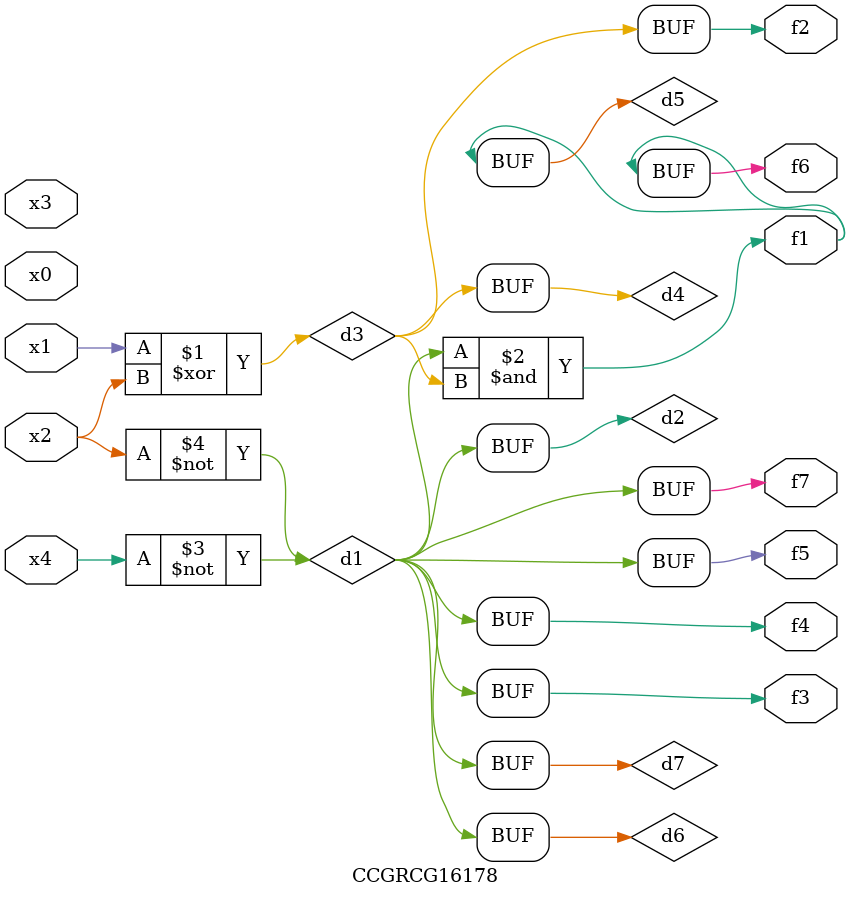
<source format=v>
module CCGRCG16178(
	input x0, x1, x2, x3, x4,
	output f1, f2, f3, f4, f5, f6, f7
);

	wire d1, d2, d3, d4, d5, d6, d7;

	not (d1, x4);
	not (d2, x2);
	xor (d3, x1, x2);
	buf (d4, d3);
	and (d5, d1, d3);
	buf (d6, d1, d2);
	buf (d7, d2);
	assign f1 = d5;
	assign f2 = d4;
	assign f3 = d7;
	assign f4 = d7;
	assign f5 = d7;
	assign f6 = d5;
	assign f7 = d7;
endmodule

</source>
